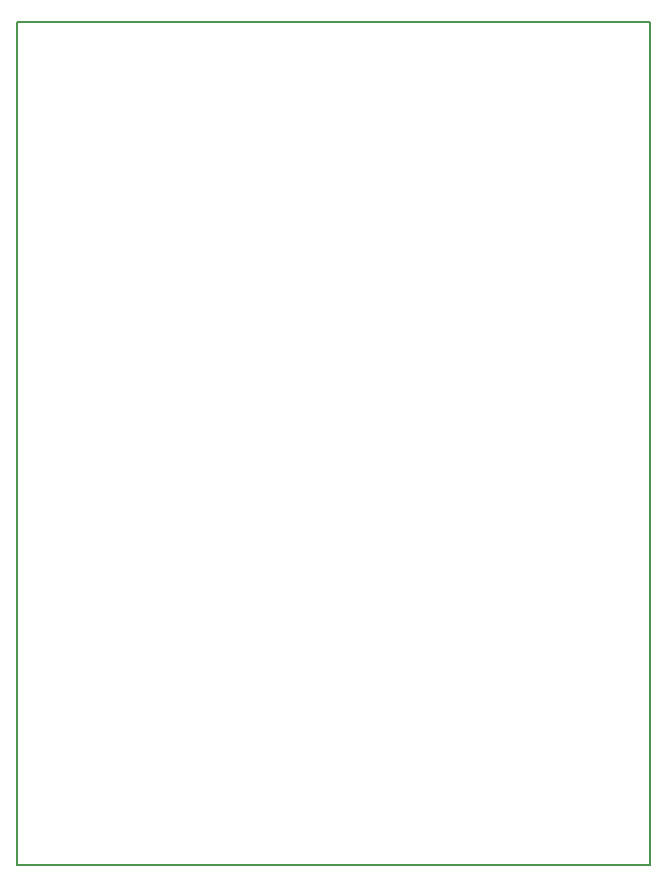
<source format=gko>
G04 #@! TF.FileFunction,Profile,NP*
%FSLAX46Y46*%
G04 Gerber Fmt 4.6, Leading zero omitted, Abs format (unit mm)*
G04 Created by KiCad (PCBNEW 4.0.6+dfsg1-1) date Mon Feb 26 19:35:47 2018*
%MOMM*%
%LPD*%
G01*
G04 APERTURE LIST*
%ADD10C,0.100000*%
%ADD11C,0.150000*%
G04 APERTURE END LIST*
D10*
D11*
X53665120Y76200D02*
X71120Y76200D01*
X53665120Y71450200D02*
X53665120Y76200D01*
X71120Y71450200D02*
X53665120Y71450200D01*
X71120Y76200D02*
X71120Y71450200D01*
M02*

</source>
